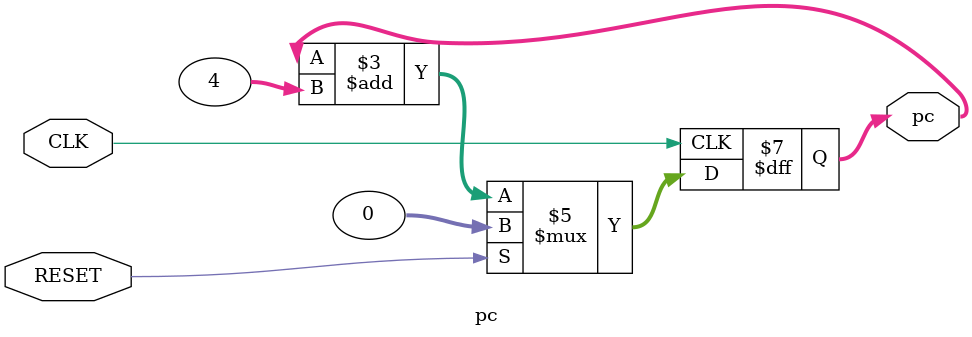
<source format=v>
module pc(CLK, RESET, pc);
  input CLK, RESET;
  output reg [31:0] pc;

  always @(posedge CLK) 
  begin
    if (RESET == 1'b1) 
    begin
      pc <= #1 0;
    end
    else 
    begin
      pc <= #1 pc + 4;
    end
  end
endmodule
</source>
